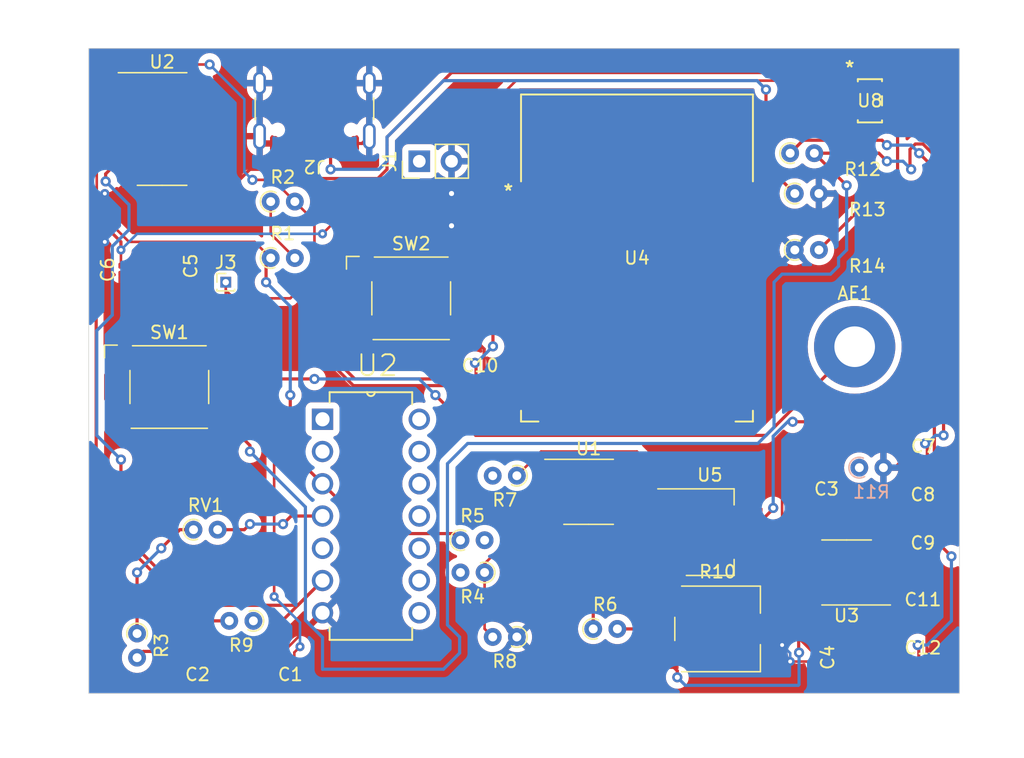
<source format=kicad_pcb>
(kicad_pcb (version 20221018) (generator pcbnew)
  (layers (0 "F.Cu" signal) (31 "B.Cu" signal) (34 "B.Paste" user) (35 "F.Paste" user) (36 "B.SilkS" user "B.Silkscreen") (37 "F.SilkS" user "F.Silkscreen") (38 "B.Mask" user) (39 "F.Mask" user) (44 "Edge.Cuts" user))
  (net 0 "")
  (net 1 "Net-(AE1-A)")
  (net 2 "GND")
  (net 3 "Net-(C2-Pad1)")
  (net 4 "Net-(U3-+)")
  (net 5 "Net-(C3-Pad2)")
  (net 6 "Net-(R1-Pad1)")
  (net 7 "Net-(R1-Pad2)")
  (net 8 "Net-(R3-Pad1)")
  (net 9 "Net-(U8-EN)")
  (net 10 "Net-(U4-3V3)")
  (net 11 "Net-(R6-Pad1)")
  (net 12 "Net-(J2-DN2)")
  (net 14 "Net-(J2-DP2)")
  (net 16 "Net-(U1-+)")
  (net 17 "Net-(R4-Pad2)")
  (net 18 "Net-(U1--)")
  (net 19 "Net-(U8-PG)")
  (net 23 "Net-(U2-Pad1)")
  (net 24 "Net-(U2-Pad5)")
  (net 26 "Net-(U3--)")
  (net 34 "+5V")
  (net 74 "Net-(J3-Pin_1)")
  (net 75 "Net-(U4-EN)")
  (net 76 "+3.3V")
  (net 77 "Net-(U4-GPIO0)")
  (net 78 "Net-(J2-CC1)")
  (net 79 "/D+")
  (net 80 "/D-")
  (net 81 "Net-(J2-CC2)")
  (footprint "Capacitor_SMD:C_0201_0603Metric" (layer "F.Cu") (at 97.79 97.155 -90)
    (fp_text reference "C5")
    (fp_text value "1uF")
  )
  (footprint "Capacitor_SMD:C_0201_0603Metric" (layer "F.Cu") (at 156.5 128.27)
    (fp_text reference "C12")
    (fp_text value "10uF")
  )
  (footprint "Capacitor_SMD:C_0201_0603Metric" (layer "F.Cu") (at 156.5 116.205)
    (fp_text reference "C8")
    (fp_text value "1uF")
  )
  (footprint "Resistor_THT:R_Axial_DIN0204_L3.6mm_D1.6mm_P1.90mm_Vertical" (layer "F.Cu") (at 124.525 126.365 180)
    (fp_text reference "R8")
    (fp_text value "10k")
  )
  (footprint "Capacitor_SMD:C_0201_0603Metric" (layer "F.Cu") (at 99.375 128.27 180)
    (fp_text reference "C2")
    (fp_text value "100pF")
  )
  (footprint "Resistor_THT:R_Axial_DIN0204_L3.6mm_D1.6mm_P1.90mm_Vertical" (layer "F.Cu") (at 120.085 118.745)
    (fp_text reference "R5")
    (fp_text value "10k")
  )
  (footprint "Capacitor_SMD:C_0201_0603Metric" (layer "F.Cu") (at 148.91 113.665 180)
    (fp_text reference "C3")
    (fp_text value "4.7uF")
  )
  (footprint "Connector_PinHeader_1.00mm:PinHeader_1x01_P1.00mm_Vertical" (layer "F.Cu") (at 101.6 98.425)
    (fp_text reference "J3")
    (fp_text value "Conn_01x01_Pin")
  )
  (footprint "Capacitor_SMD:C_0201_0603Metric" (layer "F.Cu") (at 106.68 128.27 180)
    (fp_text reference "C1")
    (fp_text value "100pF")
  )
  (footprint "Resistor_THT:R_Axial_DIN0204_L3.6mm_D1.6mm_P1.90mm_Vertical" (layer "F.Cu") (at 130.54 125.73)
    (fp_text reference "R6")
    (fp_text value "6.8k")
  )
  (footprint "HEF4093BP_652:DIP254P762X420-14" (layer "F.Cu") (at 116.84 124.46)
    (fp_text reference "U2")
    (fp_text value "HEF4093B")
  )
  (footprint "Resistor_THT:R_Axial_DIN0204_L3.6mm_D1.6mm_P1.90mm_Vertical" (layer "F.Cu") (at 99.06 117.915)
    (fp_text reference "RV1")
    (fp_text value "10k")
  )
  (footprint "MountingHole:MountingHole_3.2mm_M3_Pad" (layer "F.Cu") (at 151.13 103.505)
    (fp_text reference "AE1")
    (fp_text value "Antenna")
  )
  (footprint "Resistor_THT:R_Axial_DIN0204_L3.6mm_D1.6mm_P1.90mm_Vertical" (layer "F.Cu") (at 146.415 91.44)
    (fp_text reference "R13")
    (fp_text value "5.1 k")
  )
  (footprint "Potentiometer_SMD:Potentiometer_ACP_CA6-VSMD_Vertical" (layer "F.Cu") (at 140.335 125.73)
    (fp_text reference "R10")
    (fp_text value "R_Trim")
  )
  (footprint "Connector_PinHeader_2.54mm:PinHeader_1x02_P2.54mm_Vertical" (layer "F.Cu") (at 116.84 88.9 90)
    (fp_text reference "J1")
    (fp_text value "Conn_01x02_Pin")
  )
  (footprint "Resistor_THT:R_Axial_DIN0204_L3.6mm_D1.6mm_P1.90mm_Vertical" (layer "F.Cu") (at 103.775 125.095 180)
    (fp_text reference "R9")
    (fp_text value "100k")
  )
  (footprint "Capacitor_SMD:C_0201_0603Metric" (layer "F.Cu") (at 156.5 124.475)
    (fp_text reference "C11")
    (fp_text value "100nF")
  )
  (footprint "Package_SO:SOIC-8_3.9x4.9mm_P1.27mm" (layer "F.Cu") (at 130.175 114.935)
    (fp_text reference "U1")
    (fp_text value "AD8001AR")
  )
  (footprint "Resistor_THT:R_Axial_DIN0204_L3.6mm_D1.6mm_P1.90mm_Vertical" (layer "F.Cu") (at 121.985 121.285 180)
    (fp_text reference "R4")
    (fp_text value "10k")
  )
  (footprint "Button_Switch_SMD:SW_SPST_Omron_B3FS-100xP" (layer "F.Cu") (at 116.205 99.695)
    (fp_text reference "SW2")
    (fp_text value "Boot")
  )
  (footprint "Resistor_THT:R_Axial_DIN0204_L3.6mm_D1.6mm_P1.90mm_Vertical" (layer "F.Cu") (at 94.615 126.095 -90)
    (fp_text reference "R3")
    (fp_text value "10k")
  )
  (footprint "Connector_USB:USB_C_Receptacle_GCT_USB4105-xx-A_16P_TopMnt_Horizontal" (layer "F.Cu") (at 108.585 83.82 180)
    (fp_text reference "J2")
    (fp_text value "USB_C_Receptacle_USB2.0")
  )
  (footprint "Capacitor_SMD:C_0201_0603Metric" (layer "F.Cu") (at 156.53 112.395)
    (fp_text reference "C7")
    (fp_text value ".1uF")
  )
  (footprint "Capacitor_SMD:C_0201_0603Metric" (layer "F.Cu") (at 156.5 120.015)
    (fp_text reference "C9")
    (fp_text value ".1uF")
  )
  (footprint "Package_SO:SOIC-8_3.9x4.9mm_P1.27mm" (layer "F.Cu") (at 150.495 121.285 180)
    (fp_text reference "U3")
    (fp_text value "AD8001AR")
  )
  (footprint "Resistor_THT:R_Axial_DIN0204_L3.6mm_D1.6mm_P1.90mm_Vertical" (layer "F.Cu") (at 105.14 92.075)
    (fp_text reference "R2")
    (fp_text value "5.1k")
  )
  (footprint "Capacitor_SMD:C_0201_0603Metric" (layer "F.Cu") (at 93.345 97.445 90)
    (fp_text reference "C6")
    (fp_text value "1uF")
  )
  (footprint "Resistor_THT:R_Axial_DIN0204_L3.6mm_D1.6mm_P1.90mm_Vertical" (layer "F.Cu") (at 105.14 96.52)
    (fp_text reference "R1")
    (fp_text value "10k")
  )
  (footprint "Button_Switch_SMD:SW_SPST_Omron_B3FS-100xP" (layer "F.Cu") (at 97.155 106.68)
    (fp_text reference "SW1")
    (fp_text value "Reset")
  )
  (footprint "Package_SO:SOIC-14_3.9x8.7mm_P1.27mm" (layer "F.Cu") (at 96.585 86.36)
    (fp_text reference "U2")
    (fp_text value "HEF4093B")
  )
  (footprint "Resistor_THT:R_Axial_DIN0204_L3.6mm_D1.6mm_P1.90mm_Vertical" (layer "F.Cu") (at 146.05 88.265)
    (fp_text reference "R12")
    (fp_text value "10k")
  )
  (footprint "Resistor_THT:R_Axial_DIN0204_L3.6mm_D1.6mm_P1.90mm_Vertical" (layer "F.Cu") (at 124.525 113.665 180)
    (fp_text reference "R7")
    (fp_text value "10k")
  )
  (footprint "esp32:MOD41_ESP32-S2-SOLO_EXP" (layer "F.Cu") (at 133.985 96.52)
    (fp_text reference "U4")
    (fp_text value "ESP32-S2-SOLO-N4R2")
  )
  (footprint "Capacitor_SMD:C_0201_0603Metric" (layer "F.Cu") (at 121.63 106.045)
    (fp_text reference "C10")
    (fp_text value ".1uF")
  )
  (footprint "Capacitor_SMD:C_0201_0603Metric" (layer "F.Cu") (at 147.955 127.98 -90)
    (fp_text reference "C4")
    (fp_text value "C")
  )
  (footprint "NCP:FP-NCP164CSN330T1G_OSI" (layer "F.Cu") (at 152.33015 84.1375)
    (fp_text reference "U8")
    (fp_text value "NCP164CSN330T1G")
  )
  (footprint "Resistor_THT:R_Axial_DIN0204_L3.6mm_D1.6mm_P1.90mm_Vertical" (layer "F.Cu") (at 146.415 95.885)
    (fp_text reference "R14")
    (fp_text value "5.1 k")
  )
  (footprint "Package_TO_SOT_SMD:SOT-223-3_TabPin2" (layer "F.Cu") (at 139.725 118.11)
    (fp_text reference "U5")
    (fp_text value "LD1117S33TR_SOT223")
  )
  (footprint "Resistor_THT:R_Axial_DIN0204_L3.6mm_D1.6mm_P1.90mm_Vertical" (layer "B.Cu") (at 151.495 113.03)
    (fp_text reference "R11")
    (fp_text value "RM2012A-502_104-PBVW10")
  )
  (gr_line (start 91.44 130.81) (end 159.385 130.81) (stroke (width 0.05)) (layer "Edge.Cuts"))
  (gr_line (start 90.805 80.01) (end 90.805 102.235) (stroke (width 0.05)) (layer "Edge.Cuts"))
  (gr_line (start 90.805 102.235) (end 90.805 127) (stroke (width 0.05)) (layer "Edge.Cuts"))
  (gr_line (start 159.385 130.81) (end 159.385 80.01) (stroke (width 0.05)) (layer "Edge.Cuts"))
  (gr_line (start 90.805 127) (end 90.805 130.81) (stroke (width 0.05)) (layer "Edge.Cuts"))
  (gr_line (start 159.385 80.01) (end 90.805 80.01) (stroke (width 0.05)) (layer "Edge.Cuts"))
  (gr_line (start 91.44 130.81) (end 90.805 130.81) (stroke (width 0.05)) (layer "Edge.Cuts"))
  (segment (start 92.075 83.185) (end 92.71 83.82) (width 0.2032) (layer "F.Cu") (net 1))
  (segment (start 100.33 81.28) (end 92.71 81.28) (width 0.2032) (layer "F.Cu") (net 1))
  (segment (start 107 128.27) (end 107 127.57732) (width 0.2032) (layer "F.Cu") (net 1))
  (segment (start 144.145 110.49) (end 121.285 110.49) (width 0.25) (layer "F.Cu") (net 1))
  (segment (start 103.699799 90.364799) (end 105.329799 90.364799) (width 0.2032) (layer "F.Cu") (net 1))
  (segment (start 92.71 83.82) (end 94.11 83.82) (width 0.2032) (layer "F.Cu") (net 1))
  (segment (start 108.585 106.045) (end 105.41 106.045) (width 0.25) (layer "F.Cu") (net 1))
  (segment (start 101.6 99.06) (end 101.6 98.425) (width 0.2032) (layer "F.Cu") (net 1))
  (segment (start 121.285 110.49) (end 118.11 107.315) (width 0.25) (layer "F.Cu") (net 1))
  (segment (start 102.235 99.695) (end 101.6 99.06) (width 0.2032) (layer "F.Cu") (net 1))
  (segment (start 107.04 92.075) (end 108.585 93.62) (width 0.2032) (layer "F.Cu") (net 1))
  (segment (start 92.075 81.915) (end 92.075 83.185) (width 0.2032) (layer "F.Cu") (net 1))
  (segment (start 105.41 106.045) (end 105.41 104.14) (width 0.2032) (layer "F.Cu") (net 1))
  (segment (start 105.41 123.19) (end 105.41 106.045) (width 0.2032) (layer "F.Cu") (net 1))
  (segment (start 151.13 103.505) (end 144.145 110.49) (width 0.25) (layer "F.Cu") (net 1))
  (segment (start 105.41 104.14) (end 101.6 100.33) (width 0.2032) (layer "F.Cu") (net 1))
  (segment (start 92.71 81.28) (end 92.075 81.915) (width 0.2032) (layer "F.Cu") (net 1))
  (segment (start 105.329799 90.364799) (end 107.04 92.075) (width 0.2032) (layer "F.Cu") (net 1))
  (segment (start 107 127.57732) (end 107.44616 127.13116) (width 0.2032) (layer "F.Cu") (net 1))
  (segment (start 106.68 99.695) (end 102.235 99.695) (width 0.2032) (layer "F.Cu") (net 1))
  (segment (start 101.6 100.33) (end 101.6 98.425) (width 0.2032) (layer "F.Cu") (net 1))
  (segment (start 108.585 93.62) (end 108.585 97.79) (width 0.2032) (layer "F.Cu") (net 1))
  (segment (start 108.585 97.79) (end 106.68 99.695) (width 0.2032) (layer "F.Cu") (net 1))
  (via (at 118.11 107.315) (size 0.8) (drill 0.4) (layers "F.Cu" "B.Cu") (net 1))
  (via (at 105.41 123.19) (size 0.7112) (drill 0.3048) (layers "F.Cu" "B.Cu") (net 1))
  (via (at 107.44616 127.13116) (size 0.7112) (drill 0.3048) (layers "F.Cu" "B.Cu") (net 1))
  (via (at 103.699799 90.364799) (size 0.8) (drill 0.4) (layers "F.Cu" "B.Cu") (net 1))
  (via (at 108.585 106.045) (size 0.8) (drill 0.4) (layers "F.Cu" "B.Cu") (net 1))
  (via (at 100.33 81.28) (size 0.8) (drill 0.4) (layers "F.Cu" "B.Cu") (net 1))
  (segment (start 107.44616 127.13116) (end 107.44616 125.22616) (width 0.2032) (layer "B.Cu") (net 1))
  (segment (start 116.84 106.045) (end 108.585 106.045) (width 0.25) (layer "B.Cu") (net 1))
  (segment (start 103.699799 90.364799) (end 103.064799 89.729799) (width 0.2032) (layer "B.Cu") (net 1))
  (segment (start 107.44616 125.22616) (end 105.41 123.19) (width 0.2032) (layer "B.Cu") (net 1))
  (segment (start 118.11 107.315) (end 116.84 106.045) (width 0.25) (layer "B.Cu") (net 1))
  (segment (start 103.064799 89.729799) (end 103.064799 84.014799) (width 0.2032) (layer "B.Cu") (net 1))
  (segment (start 103.064799 84.014799) (end 100.33 81.28) (width 0.2032) (layer "B.Cu") (net 1))
  (segment (start 154.305 117.475) (end 156.18 119.35) (width 0.25) (layer "F.Cu") (net 2))
  (segment (start 147.955 128.3) (end 147.955 129.54) (width 0.2032) (layer "F.Cu") (net 2))
  (segment (start 100.965 92.075) (end 103.505 89.535) (width 0.25) (layer "F.Cu") (net 2))
  (segment (start 97.79 129.54) (end 98.425 130.175) (width 0.2032) (layer "F.Cu") (net 2))
  (segment (start 99.055 128.27) (end 98.425 128.27) (width 0.2032) (layer "F.Cu") (net 2))
  (segment (start 121.95 106.045) (end 121.95 103.69) (width 0.25) (layer "F.Cu") (net 2))
  (segment (start 121.95 106.045) (end 122.555 106.045) (width 0.25) (layer "F.Cu") (net 2))
  (segment (start 106.36 127.32) (end 109.22 124.46) (width 0.2032) (layer "F.Cu") (net 2))
  (segment (start 156.18 120.015) (end 154.94 120.015) (width 0.25) (layer "F.Cu") (net 2))
  (segment (start 92.075 91.44) (end 92.84 91.44) (width 0.2032) (layer "F.Cu") (net 2))
  (segment (start 124.525 126.365) (end 127.7 123.19) (width 0.2032) (layer "F.Cu") (net 2))
  (segment (start 92.84 91.44) (end 94.11 90.17) (width 0.2032) (layer "F.Cu") (net 2))
  (segment (start 147.955 128.3) (end 146.0555 128.3) (width 0.2032) (layer "F.Cu") (net 2))
  (segment (start 98.74 96.835) (end 99.695 97.79) (width 0.2032) (layer "F.Cu") (net 2))
  (segment (start 156.21 122.555) (end 154.94 121.285) (width 0.25) (layer "F.Cu") (net 2))
  (segment (start 156.21 116.175) (end 156.18 116.205) (width 0.25) (layer "F.Cu") (net 2))
  (segment (start 154.305 119.38) (end 152.97 119.38) (width 0.25) (layer "F.Cu") (net 2))
  (segment (start 123.19 106.68) (end 123.19 107.315) (width 0.25) (layer "F.Cu") (net 2))
  (segment (start 96.015 92.075) (end 100.965 92.075) (width 0.25) (layer "F.Cu") (net 2))
  (segment (start 154.94 121.285) (end 154.94 120.015) (width 0.25) (layer "F.Cu") (net 2))
  (segment (start 106.36 128.27) (end 106.36 127.32) (width 0.2032) (layer "F.Cu") (net 2))
  (segment (start 101.155 100.52) (end 101.155 104.43) (width 0.2032) (layer "F.Cu") (net 2))
  (segment (start 156.82 124.475) (end 156.82 128.27) (width 0.25) (layer "F.Cu") (net 2))
  (segment (start 120.015 106.57) (end 111.648604 106.57) (width 0.25) (layer "F.Cu") (net 2))
  (segment (start 98.425 128.27) (end 97.79 128.905) (width 0.2032) (layer "F.Cu") (net 2))
  (segment (start 121.95 103.69) (end 120.205 101.945) (width 0.25) (layer "F.Cu") (net 2))
  (segment (start 94.11 90.17) (end 96.015 92.075) (width 0.25) (layer "F.Cu") (net 2))
  (segment (start 155.115 130.175) (end 156.82 128.47) (width 0.2032) (layer "F.Cu") (net 2))
  (segment (start 99.695 97.79) (end 99.695 99.06) (width 0.2032) (layer "F.Cu") (net 2))
  (segment (start 104.775 89.535) (end 105.41 88.9) (width 0.25) (layer "F.Cu") (net 2))
  (segment (start 105.385 87.5) (end 104.84 87.5) (width 0.25) (layer "F.Cu") (net 2))
  (segment (start 123.19 107.315) (end 122.555 107.95) (width 0.25) (layer "F.Cu") (net 2))
  (segment (start 154.94 116.205) (end 154.305 116.84) (width 0.25) (layer "F.Cu") (net 2))
  (segment (start 105.385 88.875) (end 105.385 87.5) (width 0.25) (layer "F.Cu") (net 2))
  (segment (start 97.79 128.905) (end 97.79 129.54) (width 0.2032) (layer "F.Cu") (net 2))
  (segment (start 158.1 124.475) (end 158.75 123.825) (width 0.25) (layer "F.Cu") (net 2))
  (segment (start 103.505 89.535) (end 104.775 89.535) (width 0.25) (layer "F.Cu") (net 2))
  (segment (start 93.345 97.765) (end 93.345 104.24) (width 0.2032) (layer "F.Cu") (net 2))
  (segment (start 156.82 128.47) (end 156.82 128.27) (width 0.2032) (layer "F.Cu") (net 2))
  (segment (start 156.18 119.35) (end 156.18 120.015) (width 0.25) (layer "F.Cu") (net 2))
  (segment (start 93.155 104.43) (end 92.075 103.35) (width 0.2032) (layer "F.Cu") (net 2))
  (segment (start 136.575 115.81) (end 136.575 113.615) (width 0.2032) (layer "F.Cu") (net 2))
  (segment (start 158.115 122.555) (end 156.21 122.555) (width 0.25) (layer "F.Cu") (net 2))
  (segment (start 98.425 130.175) (end 104.455 130.175) (width 0.2032) (layer "F.Cu") (net 2))
  (segment (start 105.41 88.9) (end 105.385 88.875) (width 0.25) (layer "F.Cu") (net 2))
  (segment (start 111.785 87.5) (end 112.33 87.5) (width 0.25) (layer "F.Cu") (net 2))
  (segment (start 154.94 112.395) (end 154.305 113.03) (width 0.25) (layer "F.Cu") (net 2))
  (segment (start 127.7 123.19) (end 127.7 116.84) (width 0.2032) (layer "F.Cu") (net 2))
  (segment (start 158.75 123.825) (end 158.75 123.19) (width 0.25) (layer "F.Cu") (net 2))
  (segment (start 121.395 107.95) (end 120.015 106.57) (width 0.25) (layer "F.Cu") (net 2))
  (segment (start 92.075 103.35) (end 92.075 95.25) (width 0.2032) (layer "F.Cu") (net 2))
  (segment (start 148.59 130.175) (end 155.115 130.175) (width 0.2032) (layer "F.Cu") (net 2))
  (segment (start 144.145 113.03) (end 145.415 114.3) (width 0.2032) (layer "F.Cu") (net 2))
  (segment (start 93.345 104.24) (end 93.155 104.43) (width 0.2032) (layer "F.Cu") (net 2))
  (segment (start 108.77 98.92038) (end 113.71038 93.98) (width 0.25) (layer "F.Cu") (net 2))
  (segment (start 147.955 129.54) (end 148.59 130.175) (width 0.2032) (layer "F.Cu") (net 2))
  (segment (start 158.75 123.19) (end 158.115 122.555) (width 0.25) (layer "F.Cu") (net 2))
  (segment (start 146.0555 128.3) (end 146.05 128.2945) (width 0.2032) (layer "F.Cu") (net 2))
  (segment (start 156.21 112.395) (end 156.21 116.175) (width 0.25) (layer "F.Cu") (net 2))
  (segment (start 104.84 87.5) (end 104.265 86.925) (width 0.25) (layer "F.Cu") (net 2))
  (segment (start 104.455 130.175) (end 106.36 128.27) (width 0.2032) (layer "F.Cu") (net 2))
  (segment (start 108.77 103.691396) (end 108.77 98.92038) (width 0.25) (layer "F.Cu") (net 2))
  (segment (start 145.415 114.3) (end 145.415 127) (width 0.2032) (layer "F.Cu") (net 2))
  (segment (start 156.21 112.395) (end 154.94 112.395) (width 0.25) (layer "F.Cu") (net 2))
  (segment (start 122.555 107.95) (end 121.395 107.95) (width 0.25) (layer "F.Cu") (net 2))
  (segment (start 154.305 116.84) (end 154.305 117.475) (width 0.25) (layer "F.Cu") (net 2))
  (segment (start 119.38 88.9) (end 119.38 91.44) (width 0.25) (layer "F.Cu") (net 2))
  (segment (start 122.555 106.045) (end 123.19 106.68) (width 0.25) (layer "F.Cu") (net 2))
  (segment (start 156.18 116.205) (end 154.94 116.205) (width 0.25) (layer "F.Cu") (net 2))
  (segment (start 156.82 124.475) (end 158.1 124.475) (width 0.25) (layer "F.Cu") (net 2))
  (segment (start 97.79 96.835) (end 98.74 96.835) (width 0.2032) (layer "F.Cu") (net 2))
  (segment (start 111.648604 106.57) (end 108.77 103.691396) (width 0.25) (layer "F.Cu") (net 2))
  (segment (start 137.16 113.03) (end 144.145 113.03) (width 0.2032) (layer "F.Cu") (net 2))
  (segment (start 112.33 87.5) (end 112.905 86.925) (width 0.25) (layer "F.Cu") (net 2))
  (segment (start 136.575 113.615) (end 137.16 113.03) (width 0.2032) (layer "F.Cu") (net 2))
  (segment (start 99.695 99.06) (end 101.155 100.52) (width 0.2032) (layer "F.Cu") (net 2))
  (segment (start 154.94 120.015) (end 154.305 119.38) (width 0.25) (layer "F.Cu") (net 2))
  (segment (start 113.71038 93.98) (end 119.38 93.98) (width 0.25) (layer "F.Cu") (net 2))
  (segment (start 154.305 113.03) (end 153.395 113.03) (width 0.25) (layer "F.Cu") (net 2))
  (via (at 119.38 93.98) (size 0.8) (drill 0.4) (layers "F.Cu" "B.Cu") (net 2))
  (via (at 119.38 91.44) (size 0.8) (drill 0.4) (layers "F.Cu" "B.Cu") (net 2))
  (via (at 92.075 95.25) (size 0.7112) (drill 0.3048) (layers "F.Cu" "B.Cu") (net 2))
  (via (at 92.075 91.44) (size 0.7112) (drill 0.3048) (layers "F.Cu" "B.Cu") (net 2))
  (via (at 146.05 128.2945) (size 0.7112) (drill 0.3048) (layers "F.Cu" "B.Cu") (net 2))
  (via (at 145.415 127) (size 0.7112) (drill 0.3048) (layers "F.Cu" "B.Cu") (net 2))
  (segment (start 119.38 91.44) (end 119.38 93.98) (width 0.25) (layer "B.Cu") (net 2))
  (segment (start 92.075 95.25) (end 92.075 91.44) (width 0.2032) (layer "B.Cu") (net 2))
  (segment (start 146.05 127.635) (end 145.415 127) (width 0.2032) (layer "B.Cu") (net 2))
  (segment (start 146.05 128.2945) (end 146.05 127.635) (width 0.2032) (layer "B.Cu") (net 2))
  (segment (start 94.615 127.995) (end 95.107264 127.502736) (width 0.25) (layer "F.Cu") (net 3))
  (segment (start 95.107264 127.502736) (end 99.127736 127.502736) (width 0.25) (layer "F.Cu") (net 3))
  (segment (start 93.135 88.9) (end 92.1411 89.8939) (width 0.25) (layer "F.Cu") (net 3))
  (segment (start 103.605 127.535) (end 99.16 127.535) (width 0.25) (layer "F.Cu") (net 3))
  (segment (start 99.695 128.07) (end 99.695 128.27) (width 0.25) (layer "F.Cu") (net 3))
  (segment (start 94.11 88.9) (end 93.135 88.9) (width 0.25) (layer "F.Cu") (net 3))
  (segment (start 109.22 121.92) (end 103.605 127.535) (width 0.25) (layer "F.Cu") (net 3))
  (segment (start 93.345 112.395) (end 93.345 118.11) (width 0.25) (layer "F.Cu") (net 3))
  (segment (start 93.345 118.11) (end 99.1056 123.8706) (width 0.25) (layer "F.Cu") (net 3))
  (segment (start 107.2694 123.8706) (end 109.22 121.92) (width 0.25) (layer "F.Cu") (net 3))
  (segment (start 99.16 127.535) (end 99.695 128.07) (width 0.25) (layer "F.Cu") (net 3))
  (segment (start 92.1411 89.8939) (end 92.1411 90.484897) (width 0.25) (layer "F.Cu") (net 3))
  (segment (start 99.1056 123.8706) (end 107.2694 123.8706) (width 0.25) (layer "F.Cu") (net 3))
  (segment (start 99.127736 127.502736) (end 99.16 127.535) (width 0.25) (layer "F.Cu") (net 3))
  (via (at 92.1411 90.484897) (size 0.8) (drill 0.4) (layers "F.Cu" "B.Cu") (net 3))
  (via (at 93.345 112.395) (size 0.8) (drill 0.4) (layers "F.Cu" "B.Cu") (net 3))
  (segment (start 91.44 102.235) (end 91.44 110.49) (width 0.25) (layer "B.Cu") (net 3))
  (segment (start 93.98 94.287486) (end 92.6644 95.603086) (width 0.25) (layer "B.Cu") (net 3))
  (segment (start 93.98 92.323797) (end 93.98 92.71) (width 0.25) (layer "B.Cu") (net 3))
  (segment (start 92.6644 101.0106) (end 91.44 102.235) (width 0.25) (layer "B.Cu") (net 3))
  (segment (start 92.1411 90.484897) (end 93.98 92.323797) (width 0.25) (layer "B.Cu") (net 3))
  (segment (start 93.98 92.71) (end 93.98 94.287486) (width 0.25) (layer "B.Cu") (net 3))
  (segment (start 92.6644 95.603086) (end 92.6644 101.0106) (width 0.25) (layer "B.Cu") (net 3))
  (segment (start 91.44 110.49) (end 93.345 112.395) (width 0.25) (layer "B.Cu") (net 3))
  (segment (start 152.97 120.65) (end 148.02 120.65) (width 0.25) (layer "F.Cu") (net 4))
  (segment (start 146.72 127.566789) (end 146.750062 127.596851) (width 0.25) (layer "F.Cu") (net 5))
  (segment (start 137.16 129.03) (end 136.01 127.88) (width 0.25) (layer "F.Cu") (net 5))
  (segment (start 147.955 127.66) (end 146.72 126.425) (width 0.25) (layer "F.Cu") (net 5))
  (segment (start 137.16 129.54) (end 137.16 129.03) (width 0.25) (layer "F.Cu") (net 5))
  (segment (start 146.72 126.425) (end 146.72 115.535) (width 0.25) (layer "F.Cu") (net 5))
  (segment (start 146.72 115.535) (end 148.59 113.665) (width 0.25) (layer "F.Cu") (net 5))
  (segment (start 132.44 125.73) (end 133.86 125.73) (width 0.25) (layer "F.Cu") (net 5))
  (segment (start 133.86 125.73) (end 136.01 127.88) (width 0.25) (layer "F.Cu") (net 5))
  (segment (start 146.72 126.425) (end 146.72 127.566789) (width 0.25) (layer "F.Cu") (net 5))
  (via (at 146.750062 127.596851) (size 0.8) (drill 0.4) (layers "F.Cu" "B.Cu") (net 5))
  (via (at 137.16 129.54) (size 0.8) (drill 0.4) (layers "F.Cu" "B.Cu") (net 5))
  (segment (start 137.795 130.175) (end 137.16 129.54) (width 0.25) (layer "B.Cu") (net 5))
  (segment (start 146.750062 130.109938) (end 146.685 130.175) (width 0.25) (layer "B.Cu") (net 5))
  (segment (start 146.685 130.175) (end 137.795 130.175) (width 0.25) (layer "B.Cu") (net 5))
  (segment (start 146.750062 127.596851) (end 146.750062 130.109938) (width 0.25) (layer "B.Cu") (net 5))
  (segment (start 104.775 98.425) (end 104.775 96.885) (width 0.25) (layer "F.Cu") (net 6))
  (segment (start 120.085 118.745) (end 119.561392 118.221392) (width 0.25) (layer "F.Cu") (net 6))
  (segment (start 93.98 95.25) (end 91.44 92.71) (width 0.2032) (layer "F.Cu") (net 6))
  (segment (start 91.44 86.785) (end 93.135 85.09) (width 0.2032) (layer "F.Cu") (net 6))
  (segment (start 93.135 85.09) (end 94.11 85.09) (width 0.2032) (layer "F.Cu") (net 6))
  (segment (start 91.44 92.71) (end 91.44 86.785) (width 0.2032) (layer "F.Cu") (net 6))
  (segment (start 109.22 114.3) (end 106.68 111.76) (width 0.25) (layer "F.Cu") (net 6))
  (segment (start 106.68 111.76) (end 106.68 107.315) (width 0.25) (layer "F.Cu") (net 6))
  (segment (start 113.141392 118.221392) (end 109.22 114.3) (width 0.25) (layer "F.Cu") (net 6))
  (segment (start 119.561392 118.221392) (end 113.141392 118.221392) (width 0.25) (layer "F.Cu") (net 6))
  (segment (start 104.775 96.885) (end 105.14 96.52) (width 0.25) (layer "F.Cu") (net 6))
  (segment (start 103.87 95.25) (end 93.98 95.25) (width 0.2032) (layer "F.Cu") (net 6))
  (segment (start 105.14 96.52) (end 103.87 95.25) (width 0.2032) (layer "F.Cu") (net 6))
  (via (at 106.68 107.315) (size 0.8) (drill 0.4) (layers "F.Cu" "B.Cu") (net 6))
  (via (at 104.775 98.425) (size 0.8) (drill 0.4) (layers "F.Cu" "B.Cu") (net 6))
  (segment (start 106.68 107.315) (end 106.68 100.33) (width 0.25) (layer "B.Cu") (net 6))
  (segment (start 106.68 100.33) (end 104.775 98.425) (width 0.25) (layer "B.Cu") (net 6))
  (segment (start 107.04 96.52) (end 105.14 94.62) (width 0.2032) (layer "F.Cu") (net 7))
  (segment (start 105.14 94.62) (end 105.14 92.075) (width 0.2032) (layer "F.Cu") (net 7))
  (segment (start 94.615 126.095) (end 94.615 121.285) (width 0.25) (layer "F.Cu") (net 8))
  (segment (start 96.52 119.38) (end 97.985 117.915) (width 0.25) (layer "F.Cu") (net 8))
  (segment (start 97.985 117.915) (end 99.06 117.915) (width 0.25) (layer "F.Cu") (net 8))
  (via (at 96.52 119.38) (size 0.8) (drill 0.4) (layers "F.Cu" "B.Cu") (net 8))
  (via (at 94.615 121.285) (size 0.8) (drill 0.4) (layers "F.Cu" "B.Cu") (net 8))
  (segment (start 94.615 121.285) (end 96.52 119.38) (width 0.25) (layer "B.Cu") (net 8))
  (segment (start 151.82965 83.5227) (end 151.82965 85.02535) (width 0.25) (layer "F.Cu") (net 9))
  (segment (start 151.7777 85.0773) (end 150.9903 85.0773) (width 0.25) (layer "F.Cu") (net 9))
  (segment (start 151.50465 83.1977) (end 151.82965 83.5227) (width 0.25) (layer "F.Cu") (net 9))
  (segment (start 150.9903 83.1977) (end 151.50465 83.1977) (width 0.25) (layer "F.Cu") (net 9))
  (segment (start 151.82965 85.02535) (end 151.7777 85.0773) (width 0.25) (layer "F.Cu") (net 9))
  (segment (start 91.3944 116.795796) (end 91.3944 94.6606) (width 0.25) (layer "F.Cu") (net 10))
  (segment (start 91.3944 94.6606) (end 91.773348 94.281652) (width 0.25) (layer "F.Cu") (net 10))
  (segment (start 122.555 92.53) (end 122.555 84.455) (width 0.2032) (layer "F.Cu") (net 10))
  (segment (start 153.035 82.55) (end 153.67 83.185) (width 0.2032) (layer "F.Cu") (net 10))
  (segment (start 111.305 92.53) (end 122.555 92.53) (width 0.2032) (layer "F.Cu") (net 10))
  (segment (start 92.376652 94.281652) (end 93.345 95.25) (width 0.25) (layer "F.Cu") (net 10))
  (segment (start 91.773348 94.281652) (end 92.376652 94.281652) (width 0.25) (layer "F.Cu") (net 10))
  (segment (start 99.693604 125.095) (end 91.3944 116.795796) (width 0.25) (layer "F.Cu") (net 10))
  (segment (start 93.345 97.125) (end 93.345 95.885) (width 0.2032) (layer "F.Cu") (net 10))
  (segment (start 109.22 94.615) (end 111.305 92.53) (width 0.2032) (layer "F.Cu") (net 10))
  (segment (start 124.46 82.55) (end 153.035 82.55) (width 0.2032) (layer "F.Cu") (net 10))
  (segment (start 122.555 92.53) (end 125.235 92.53) (width 0.2032) (layer "F.Cu") (net 10))
  (segment (start 122.555 84.455) (end 124.46 82.55) (width 0.2032) (layer "F.Cu") (net 10))
  (segment (start 93.345 95.25) (end 93.345 95.885) (width 0.25) (layer "F.Cu") (net 10))
  (segment (start 101.875 125.095) (end 99.693604 125.095) (width 0.25) (layer "F.Cu") (net 10))
  (via (at 93.345 95.885) (size 0.7112) (drill 0.3048) (layers "F.Cu" "B.Cu") (net 10))
  (via (at 109.22 94.615) (size 0.7112) (drill 0.3048) (layers "F.Cu" "B.Cu") (net 10))
  (segment (start 93.345 95.885) (end 94.615 94.615) (width 0.2032) (layer "B.Cu") (net 10))
  (segment (start 94.615 94.615) (end 109.22 94.615) (width 0.2032) (layer "B.Cu") (net 10))
  (segment (start 131.675 115.57) (end 132.65 115.57) (width 0.25) (layer "F.Cu") (net 11))
  (segment (start 134.62 114.575) (end 134.62 112.395) (width 0.2032) (layer "F.Cu") (net 11))
  (segment (start 126.43 111.76) (end 133.985 111.76) (width 0.2032) (layer "F.Cu") (net 11))
  (segment (start 132.65 115.57) (end 133.625 115.57) (width 0.2032) (layer "F.Cu") (net 11))
  (segment (start 133.985 111.76) (end 134.62 112.395) (width 0.2032) (layer "F.Cu") (net 11))
  (segment (start 130.54 116.705) (end 131.675 115.57) (width 0.25) (layer "F.Cu") (net 11))
  (segment (start 130.54 125.73) (end 130.54 116.705) (width 0.25) (layer "F.Cu") (net 11))
  (segment (start 126.43 111.76) (end 124.525 113.665) (width 0.2032) (layer "F.Cu") (net 11))
  (segment (start 133.625 115.57) (end 134.62 114.575) (width 0.2032) (layer "F.Cu") (net 11))
  (segment (start 121.985 120.590104) (end 127.005104 115.57) (width 0.2032) (layer "F.Cu") (net 16))
  (segment (start 122.625 126.365) (end 121.985 125.725) (width 0.2032) (layer "F.Cu") (net 16))
  (segment (start 121.985 125.725) (end 121.985 121.285) (width 0.2032) (layer "F.Cu") (net 16))
  (segment (start 121.985 121.285) (end 121.985 120.590104) (width 0.2032) (layer "F.Cu") (net 16))
  (segment (start 127.005104 115.57) (end 127.7 115.57) (width 0.2032) (layer "F.Cu") (net 16))
  (segment (start 106.1111 117.475) (end 106.7461 116.84) (width 0.25) (layer "F.Cu") (net 17))
  (segment (start 106.7461 116.84) (end 109.22 116.84) (width 0.25) (layer "F.Cu") (net 17))
  (segment (start 100.96 117.915) (end 103.065 117.915) (width 0.25) (layer "F.Cu") (net 17))
  (segment (start 103.065 117.915) (end 103.505 117.475) (width 0.25) (layer "F.Cu") (net 17))
  (via (at 106.1111 117.475) (size 0.8) (drill 0.4) (layers "F.Cu" "B.Cu") (net 17))
  (via (at 103.505 117.475) (size 0.8) (drill 0.4) (layers "F.Cu" "B.Cu") (net 17))
  (segment (start 103.505 117.475) (end 106.1111 117.475) (width 0.25) (layer "B.Cu") (net 17))
  (segment (start 99.06 82.55) (end 100.035 82.55) (width 0.2032) (layer "F.Cu") (net 34))
  (segment (start 94.11 82.55) (end 94.937736 82.55) (width 0.2032) (layer "F.Cu") (net 34))
  (segment (start 101.155 109.665) (end 99.695 111.125) (width 0.2032) (layer "F.Cu") (net 75))
  (segment (start 150.49 90.805) (end 150.495 90.805) (width 0.25) (layer "F.Cu") (net 75))
  (segment (start 93.155 109.665) (end 93.155 108.93) (width 0.2032) (layer "F.Cu") (net 75))
  (segment (start 158.1295 110.49) (end 158.1295 89.159195) (width 0.25) (layer "F.Cu") (net 75))
  (segment (start 156.6805 111.125) (end 156.85 111.2945) (width 0.25) (layer "F.Cu") (net 75))
  (segment (start 156.510305 87.54) (end 155.909695 87.54) (width 0.25) (layer "F.Cu") (net 75))
  (segment (start 147.95 88.265) (end 150.49 90.805) (width 0.25) (layer "F.Cu") (net 75))
  (segment (start 99.695 111.125) (end 94.615 111.125) (width 0.2032) (layer "F.Cu") (net 75))
  (segment (start 101.155 108.93) (end 101.155 109.665) (width 0.2032) (layer "F.Cu") (net 75))
  (segment (start 155.485 89.445) (end 155.575 89.535) (width 0.25) (layer "F.Cu") (net 75))
  (segment (start 153.035 88.265) (end 153.67 88.9) (width 0.25) (layer "F.Cu") (net 75))
  (segment (start 156.85 111.2945) (end 156.85 112.395) (width 0.25) (layer "F.Cu") (net 75))
  (segment (start 158.1295 89.159195) (end 156.510305 87.54) (width 0.25) (layer "F.Cu") (net 75))
  (segment (start 155.909695 87.54) (end 155.485 87.964695) (width 0.25) (layer "F.Cu") (net 75))
  (segment (start 103.505 111.28) (end 101.155 108.93) (width 0.25) (layer "F.Cu") (net 75))
  (segment (start 147.95 88.265) (end 153.035 88.265) (width 0.25) (layer "F.Cu") (net 75))
  (segment (start 94.615 111.125) (end 93.155 109.665) (width 0.2032) (layer "F.Cu") (net 75))
  (segment (start 155.485 87.964695) (end 155.485 89.445) (width 0.25) (layer "F.Cu") (net 75))
  (segment (start 103.505 111.76) (end 103.505 111.28) (width 0.25) (layer "F.Cu") (net 75))
  (via (at 153.67 88.9) (size 0.8) (drill 0.4) (layers "F.Cu" "B.Cu") (net 75))
  (via (at 103.505 111.76) (size 0.8) (drill 0.4) (layers "F.Cu" "B.Cu") (net 75))
  (via (at 156.6805 111.125) (size 0.8) (drill 0.4) (layers "F.Cu" "B.Cu") (net 75))
  (via (at 155.575 89.535) (size 0.8) (drill 0.4) (layers "F.Cu" "B.Cu") (net 75))
  (via (at 158.1295 110.49) (size 0.8) (drill 0.4) (layers "F.Cu" "B.Cu") (net 75))
  (via (at 150.495 90.805) (size 0.8) (drill 0.4) (layers "F.Cu" "B.Cu") (net 75))
  (segment (start 118.745 128.905) (end 111.76 128.905) (width 0.25) (layer "B.Cu") (net 75))
  (segment (start 153.67 88.9) (end 154.94 88.9) (width 0.25) (layer "B.Cu") (net 75))
  (segment (start 109.22 128.905) (end 109.22 126.396696) (width 0.25) (layer "B.Cu") (net 75))
  (segment (start 145.415 97.79) (end 144.78 98.425) (width 0.25) (layer "B.Cu") (net 75))
  (segment (start 119.06 125.41) (end 119.38 125.73) (width 0.25) (layer "B.Cu") (net 75))
  (segment (start 144.78 109.853604) (end 144.779302 109.854302) (width 0.25) (layer "B.Cu") (net 75))
  (segment (start 149.86 97.155) (end 149.225 97.79) (width 0.25) (layer "B.Cu") (net 75))
  (segment (start 119.38 125.73) (end 120.015 126.365) (width 0.25) (layer "B.Cu") (net 75))
  (segment (start 150.495 95.885) (end 149.86 96.52) (width 0.25) (layer "B.Cu") (net 75))
  (segment (start 120.015 127.635) (end 118.745 128.905) (width 0.25) (layer "B.Cu") (net 75))
  (segment (start 107.87276 116.12776) (end 103.505 111.76) (width 0.25) (layer "B.Cu") (net 75))
  (segment (start 143.508604 111.125) (end 120.65 111.125) (width 0.25) (layer "B.Cu") (net 75))
  (segment (start 109.22 126.396696) (end 107.87276 125.049456) (width 0.25) (layer "B.Cu") (net 75))
  (segment (start 119.06 112.715) (end 119.06 125.41) (width 0.25) (layer "B.Cu") (net 75))
  (segment (start 144.78 98.425) (end 144.78 109.853604) (width 0.25) (layer "B.Cu") (net 75))
  (segment (start 154.94 88.9) (end 155.575 89.535) (width 0.25) (layer "B.Cu") (net 75))
  (segment (start 149.86 96.52) (end 149.86 97.155) (width 0.25) (layer "B.Cu") (net 75))
  (segment (start 120.015 126.365) (end 120.015 127.635) (width 0.25) (layer "B.Cu") (net 75))
  (segment (start 107.87276 125.049456) (end 107.87276 116.12776) (width 0.25) (layer "B.Cu") (net 75))
  (segment (start 150.495 90.805) (end 150.495 95.885) (width 0.25) (layer "B.Cu") (net 75))
  (segment (start 120.65 111.125) (end 119.06 112.715) (width 0.25) (layer "B.Cu") (net 75))
  (segment (start 157.48 110.49) (end 156.845 111.125) (width 0.25) (layer "B.Cu") (net 75))
  (segment (start 149.225 97.79) (end 145.415 97.79) (width 0.25) (layer "B.Cu") (net 75))
  (segment (start 156.845 111.125) (end 156.6805 111.125) (width 0.25) (layer "B.Cu") (net 75))
  (segment (start 158.1295 110.49) (end 157.48 110.49) (width 0.25) (layer "B.Cu") (net 75))
  (segment (start 111.76 128.905) (end 109.22 128.905) (width 0.25) (layer "B.Cu") (net 75))
  (segment (start 144.779302 109.854302) (end 143.508604 111.125) (width 0.25) (layer "B.Cu") (net 75))
  (segment (start 142.875 118.11) (end 144.7139 116.2711) (width 0.25) (layer "F.Cu") (net 76))
  (segment (start 156.21 88.265) (end 157.405 89.46) (width 0.25) (layer "F.Cu") (net 76))
  (segment (start 157.405 115.62) (end 156.82 116.205) (width 0.25) (layer "F.Cu") (net 76))
  (segment (start 156.18 128.27) (end 156.18 127.0845) (width 0.25) (layer "F.Cu") (net 76))
  (segment (start 157.48 118.745) (end 157.405 118.745) (width 0.25) (layer "F.Cu") (net 76))
  (segment (start 156.82 120.015) (end 157.05 120.015) (width 0.25) (layer "F.Cu") (net 76))
  (segment (start 157.405 109.22) (end 157.405 114.3) (width 0.25) (layer "F.Cu") (net 76))
  (segment (start 147.069896 87.245104) (end 153.285104 87.245104) (width 0.25) (layer "F.Cu") (net 76))
  (segment (start 157.405 89.46) (end 157.405 109.22) (width 0.25) (layer "F.Cu") (net 76))
  (segment (start 146.05 88.265) (end 147.069896 87.245104) (width 0.25) (layer "F.Cu") (net 76))
  (segment (start 157.210201 109.414799) (end 157.405 109.22) (width 0.25) (layer "F.Cu") (net 76))
  (segment (start 157.05 120.015) (end 157.405 119.66) (width 0.25) (layer "F.Cu") (net 76))
  (segment (start 146.244799 109.414799) (end 157.210201 109.414799) (width 0.25) (layer "F.Cu") (net 76))
  (segment (start 158.75 120.015) (end 157.48 118.745) (width 0.25) (layer "F.Cu") (net 76))
  (segment (start 142.875 118.11) (end 136.575 118.11) (width 0.25) (layer "F.Cu") (net 76))
  (segment (start 157.405 114.3) (end 157.405 115.62) (width 0.25) (layer "F.Cu") (net 76))
  (segment (start 153.285104 87.245104) (end 153.67 87.63) (width 0.25) (layer "F.Cu") (net 76))
  (segment (start 157.405 118.745) (end 157.405 114.3) (width 0.25) (layer "F.Cu") (net 76))
  (segment (start 144.7139 116.2711) (end 144.7139 116.205) (width 0.25) (layer "F.Cu") (net 76))
  (segment (start 156.18 127.0845) (end 156.0955 127) (width 0.25) (layer "F.Cu") (net 76))
  (segment (start 157.405 119.66) (end 157.405 118.745) (width 0.25) (layer "F.Cu") (net 76))
  (via (at 144.7139 116.205) (size 0.8) (drill 0.4) (layers "F.Cu" "B.Cu") (net 76))
  (via (at 146.244799 109.414799) (size 0.8) (drill 0.4) (layers "F.Cu" "B.Cu") (net 76))
  (via (at 156.21 88.265) (size 0.8) (drill 0.4) (layers "F.Cu" "B.Cu") (net 76))
  (via (at 153.67 87.63) (size 0.8) (drill 0.4) (layers "F.Cu" "B.Cu") (net 76))
  (via (at 158.75 120.015) (size 0.8) (drill 0.4) (layers "F.Cu" "B.Cu") (net 76))
  (via (at 156.0955 127) (size 0.8) (drill 0.4) (layers "F.Cu" "B.Cu") (net 76))
  (segment (start 158.75 125.095) (end 158.75 120.015) (width 0.25) (layer "B.Cu") (net 76))
  (segment (start 144.7139 110.5561) (end 146.05 109.22) (width 0.25) (layer "B.Cu") (net 76))
  (segment (start 146.05 109.22) (end 146.244799 109.414799) (width 0.25) (layer "B.Cu") (net 76))
  (segment (start 144.7139 116.205) (end 144.7139 110.5561) (width 0.25) (layer "B.Cu") (net 76))
  (segment (start 153.67 87.63) (end 155.575 87.63) (width 0.25) (layer "B.Cu") (net 76))
  (segment (start 155.575 87.63) (end 156.21 88.265) (width 0.25) (layer "B.Cu") (net 76))
  (segment (start 156.845 127) (end 158.75 125.095) (width 0.25) (layer "B.Cu") (net 76))
  (segment (start 156.0955 127) (end 156.845 127) (width 0.25) (layer "B.Cu") (net 76))
  (segment (start 109.22 103.505) (end 109.22 100.43) (width 0.25) (layer "F.Cu") (net 77))
  (segment (start 122.642833 99.882833) (end 120.205 97.445) (width 0.25) (layer "F.Cu") (net 77))
  (segment (start 121.31 106.045) (end 111.76 106.045) (width 0.25) (layer "F.Cu") (net 77))
  (segment (start 109.22 100.43) (end 112.205 97.445) (width 0.25) (layer "F.Cu") (net 77))
  (segment (start 121.31 104.8595) (end 121.2255 104.775) (width 0.25) (layer "F.Cu") (net 77))
  (segment (start 119.38 95.25) (end 113.665 95.25) (width 0.25) (layer "F.Cu") (net 77))
  (segment (start 111.76 106.045) (end 109.22 103.505) (width 0.25) (layer "F.Cu") (net 77))
  (segment (start 122.642833 103.478142) (end 122.642833 99.882833) (width 0.25) (layer "F.Cu") (net 77))
  (segment (start 113.665 95.25) (end 112.205 96.71) (width 0.25) (layer "F.Cu") (net 77))
  (segment (start 112.205 96.71) (end 112.205 97.445) (width 0.25) (layer "F.Cu") (net 77))
  (segment (start 120.205 96.075) (end 119.38 95.25) (width 0.25) (layer "F.Cu") (net 77))
  (segment (start 120.205 97.445) (end 120.205 96.075) (width 0.25) (layer "F.Cu") (net 77))
  (segment (start 121.31 106.045) (end 121.31 104.8595) (width 0.25) (layer "F.Cu") (net 77))
  (via (at 121.2255 104.775) (size 0.8) (drill 0.4) (layers "F.Cu" "B.Cu") (net 77))
  (via (at 122.642833 103.478142) (size 0.8) (drill 0.4) (layers "F.Cu" "B.Cu") (net 77))
  (segment (start 121.345975 104.775) (end 122.642833 103.478142) (width 0.25) (layer "B.Cu") (net 77))
  (segment (start 121.2255 104.775) (end 121.345975 104.775) (width 0.25) (layer "B.Cu") (net 77))
  (segment (start 144.145 89.17) (end 144.145 83.2511) (width 0.25) (layer "F.Cu") (net 78))
  (segment (start 109.855 87.52) (end 109.835 87.5) (width 0.25) (layer "F.Cu") (net 78))
  (segment (start 109.855 89.535) (end 109.855 87.52) (width 0.25) (layer "F.Cu") (net 78))
  (segment (start 146.415 91.44) (end 144.145 89.17) (width 0.25) (layer "F.Cu") (net 78))
  (via (at 144.145 83.2511) (size 0.8) (drill 0.4) (layers "F.Cu" "B.Cu") (net 78))
  (via (at 109.855 89.535) (size 0.8) (drill 0.4) (layers "F.Cu" "B.Cu") (net 78))
  (segment (start 114.3 87.63) (end 114.3 88.9) (width 0.25) (layer "B.Cu") (net 78))
  (segment (start 118.745 82.55) (end 114.3 86.995) (width 0.25) (layer "B.Cu") (net 78))
  (segment (start 143.4439 82.55) (end 123.825 82.55) (width 0.25) (layer "B.Cu") (net 78))
  (segment (start 123.825 82.55) (end 118.745 82.55) (width 0.25) (layer "B.Cu") (net 78))
  (segment (start 113.665 89.535) (end 109.855 89.535) (width 0.25) (layer "B.Cu") (net 78))
  (segment (start 144.145 83.2511) (end 143.4439 82.55) (width 0.25) (layer "B.Cu") (net 78))
  (segment (start 114.3 88.9) (end 113.665 89.535) (width 0.25) (layer "B.Cu") (net 78))
  (segment (start 114.3 86.995) (end 114.3 87.63) (width 0.25) (layer "B.Cu") (net 78))
  (segment (start 108.56533 88.375) (end 108.06 88.375) (width 0.2) (layer "F.Cu") (net 79))
  (segment (start 108.835 88.10533) (end 108.56533 88.375) (width 0.2) (layer "F.Cu") (net 79))
  (segment (start 107.835 88.15) (end 107.835 87.5) (width 0.2) (layer "F.Cu") (net 79))
  (segment (start 108.835 87.5) (end 108.835 88.10533) (width 0.2) (layer "F.Cu") (net 79))
  (segment (start 108.06 88.375) (end 107.835 88.15) (width 0.2) (layer "F.Cu") (net 79))
  (segment (start 108.335 87.5) (end 108.335 86.89467) (width 0.2) (layer "F.Cu") (net 80))
  (segment (start 108.86967 86.36) (end 109.22 86.36) (width 0.2) (layer "F.Cu") (net 80))
  (segment (start 108.335 86.89467) (end 108.86967 86.36) (width 0.2) (layer "F.Cu") (net 80))
  (segment (start 109.335 86.475) (end 109.335 87.5) (width 0.2) (layer "F.Cu") (net 80))
  (segment (start 109.22 86.36) (end 109.335 86.475) (width 0.2) (layer "F.Cu") (net 80))
  (segment (start 114.3 86.995) (end 114.3 89.535) (width 0.25) (layer "F.Cu") (net 81))
  (segment (start 119.38 81.915) (end 114.3 86.995) (width 0.25) (layer "F.Cu") (net 81))
  (segment (start 106.835 88.42) (end 106.835 87.5) (width 0.25) (layer "F.Cu") (net 81))
  (segment (start 148.315 95.885) (end 154.50935 89.69065) (width 0.25) (layer "F.Cu") (net 81))
  (segment (start 108.675 90.26) (end 106.835 88.42) (width 0.25) (layer "F.Cu") (net 81))
  (segment (start 154.50935 82.79638) (end 153.62797 81.915) (width 0.25) (layer "F.Cu") (net 81))
  (segment (start 113.575 90.26) (end 108.675 90.26) (width 0.25) (layer "F.Cu") (net 81))
  (segment (start 114.3 89.535) (end 113.575 90.26) (width 0.25) (layer "F.Cu") (net 81))
  (segment (start 153.62797 81.915) (end 119.38 81.915) (width 0.25) (layer "F.Cu") (net 81))
  (segment (start 154.50935 89.69065) (end 154.50935 82.79638) (width 0.25) (layer "F.Cu") (net 81))
  (zone (net 2) (net_name "GND") (layers "F&B.Cu") (priority 2) (connect_pads (clearance 0.5)) (min_thickness 0.25) (fill yes (thermal_gap 0.5) (thermal_bridge_width 0.5))
    (polygon (pts (xy 164.465 76.2) (xy 83.82 76.2) (xy 83.82 134.62) (xy 85.09 135.89) (xy 161.925 135.89) (xy 164.465 133.35)))
  )
)
</source>
